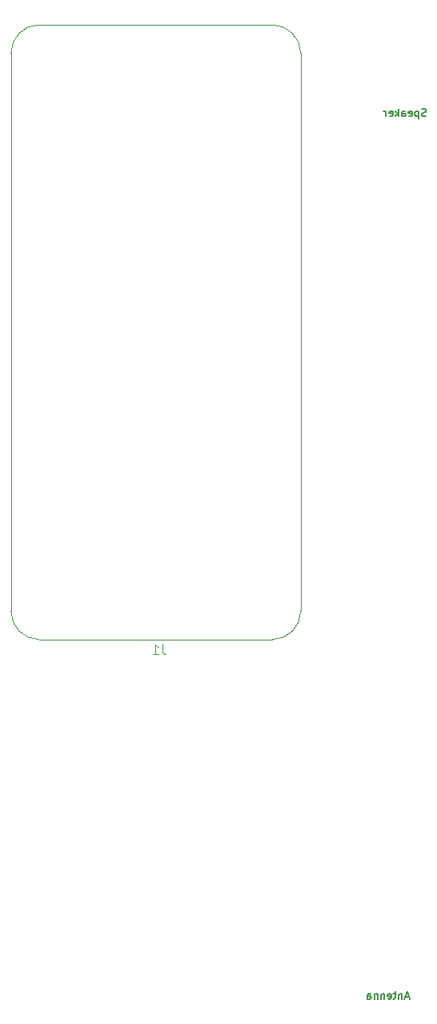
<source format=gbr>
%TF.GenerationSoftware,KiCad,Pcbnew,9.0.0*%
%TF.CreationDate,2025-03-07T03:21:26-05:00*%
%TF.ProjectId,Radio,52616469-6f2e-46b6-9963-61645f706362,1*%
%TF.SameCoordinates,Original*%
%TF.FileFunction,Legend,Bot*%
%TF.FilePolarity,Positive*%
%FSLAX46Y46*%
G04 Gerber Fmt 4.6, Leading zero omitted, Abs format (unit mm)*
G04 Created by KiCad (PCBNEW 9.0.0) date 2025-03-07 03:21:26*
%MOMM*%
%LPD*%
G01*
G04 APERTURE LIST*
%ADD10C,0.150000*%
%ADD11C,0.100000*%
G04 APERTURE END LIST*
D10*
X149177135Y-35721000D02*
X149062849Y-35759095D01*
X149062849Y-35759095D02*
X148872373Y-35759095D01*
X148872373Y-35759095D02*
X148796182Y-35721000D01*
X148796182Y-35721000D02*
X148758087Y-35682904D01*
X148758087Y-35682904D02*
X148719992Y-35606714D01*
X148719992Y-35606714D02*
X148719992Y-35530523D01*
X148719992Y-35530523D02*
X148758087Y-35454333D01*
X148758087Y-35454333D02*
X148796182Y-35416238D01*
X148796182Y-35416238D02*
X148872373Y-35378142D01*
X148872373Y-35378142D02*
X149024754Y-35340047D01*
X149024754Y-35340047D02*
X149100944Y-35301952D01*
X149100944Y-35301952D02*
X149139039Y-35263857D01*
X149139039Y-35263857D02*
X149177135Y-35187666D01*
X149177135Y-35187666D02*
X149177135Y-35111476D01*
X149177135Y-35111476D02*
X149139039Y-35035285D01*
X149139039Y-35035285D02*
X149100944Y-34997190D01*
X149100944Y-34997190D02*
X149024754Y-34959095D01*
X149024754Y-34959095D02*
X148834277Y-34959095D01*
X148834277Y-34959095D02*
X148719992Y-34997190D01*
X148377134Y-35225761D02*
X148377134Y-36025761D01*
X148377134Y-35263857D02*
X148300944Y-35225761D01*
X148300944Y-35225761D02*
X148148563Y-35225761D01*
X148148563Y-35225761D02*
X148072372Y-35263857D01*
X148072372Y-35263857D02*
X148034277Y-35301952D01*
X148034277Y-35301952D02*
X147996182Y-35378142D01*
X147996182Y-35378142D02*
X147996182Y-35606714D01*
X147996182Y-35606714D02*
X148034277Y-35682904D01*
X148034277Y-35682904D02*
X148072372Y-35721000D01*
X148072372Y-35721000D02*
X148148563Y-35759095D01*
X148148563Y-35759095D02*
X148300944Y-35759095D01*
X148300944Y-35759095D02*
X148377134Y-35721000D01*
X147348562Y-35721000D02*
X147424753Y-35759095D01*
X147424753Y-35759095D02*
X147577134Y-35759095D01*
X147577134Y-35759095D02*
X147653324Y-35721000D01*
X147653324Y-35721000D02*
X147691420Y-35644809D01*
X147691420Y-35644809D02*
X147691420Y-35340047D01*
X147691420Y-35340047D02*
X147653324Y-35263857D01*
X147653324Y-35263857D02*
X147577134Y-35225761D01*
X147577134Y-35225761D02*
X147424753Y-35225761D01*
X147424753Y-35225761D02*
X147348562Y-35263857D01*
X147348562Y-35263857D02*
X147310467Y-35340047D01*
X147310467Y-35340047D02*
X147310467Y-35416238D01*
X147310467Y-35416238D02*
X147691420Y-35492428D01*
X146624753Y-35759095D02*
X146624753Y-35340047D01*
X146624753Y-35340047D02*
X146662848Y-35263857D01*
X146662848Y-35263857D02*
X146739039Y-35225761D01*
X146739039Y-35225761D02*
X146891420Y-35225761D01*
X146891420Y-35225761D02*
X146967610Y-35263857D01*
X146624753Y-35721000D02*
X146700944Y-35759095D01*
X146700944Y-35759095D02*
X146891420Y-35759095D01*
X146891420Y-35759095D02*
X146967610Y-35721000D01*
X146967610Y-35721000D02*
X147005706Y-35644809D01*
X147005706Y-35644809D02*
X147005706Y-35568619D01*
X147005706Y-35568619D02*
X146967610Y-35492428D01*
X146967610Y-35492428D02*
X146891420Y-35454333D01*
X146891420Y-35454333D02*
X146700944Y-35454333D01*
X146700944Y-35454333D02*
X146624753Y-35416238D01*
X146243800Y-35759095D02*
X146243800Y-34959095D01*
X146167610Y-35454333D02*
X145939038Y-35759095D01*
X145939038Y-35225761D02*
X146243800Y-35530523D01*
X145291419Y-35721000D02*
X145367610Y-35759095D01*
X145367610Y-35759095D02*
X145519991Y-35759095D01*
X145519991Y-35759095D02*
X145596181Y-35721000D01*
X145596181Y-35721000D02*
X145634277Y-35644809D01*
X145634277Y-35644809D02*
X145634277Y-35340047D01*
X145634277Y-35340047D02*
X145596181Y-35263857D01*
X145596181Y-35263857D02*
X145519991Y-35225761D01*
X145519991Y-35225761D02*
X145367610Y-35225761D01*
X145367610Y-35225761D02*
X145291419Y-35263857D01*
X145291419Y-35263857D02*
X145253324Y-35340047D01*
X145253324Y-35340047D02*
X145253324Y-35416238D01*
X145253324Y-35416238D02*
X145634277Y-35492428D01*
X144910467Y-35759095D02*
X144910467Y-35225761D01*
X144910467Y-35378142D02*
X144872372Y-35301952D01*
X144872372Y-35301952D02*
X144834277Y-35263857D01*
X144834277Y-35263857D02*
X144758086Y-35225761D01*
X144758086Y-35225761D02*
X144681896Y-35225761D01*
X147348335Y-128875523D02*
X146967382Y-128875523D01*
X147424525Y-129104095D02*
X147157858Y-128304095D01*
X147157858Y-128304095D02*
X146891192Y-129104095D01*
X146624525Y-128570761D02*
X146624525Y-129104095D01*
X146624525Y-128646952D02*
X146586430Y-128608857D01*
X146586430Y-128608857D02*
X146510240Y-128570761D01*
X146510240Y-128570761D02*
X146395954Y-128570761D01*
X146395954Y-128570761D02*
X146319763Y-128608857D01*
X146319763Y-128608857D02*
X146281668Y-128685047D01*
X146281668Y-128685047D02*
X146281668Y-129104095D01*
X146015001Y-128570761D02*
X145710239Y-128570761D01*
X145900715Y-128304095D02*
X145900715Y-128989809D01*
X145900715Y-128989809D02*
X145862620Y-129066000D01*
X145862620Y-129066000D02*
X145786430Y-129104095D01*
X145786430Y-129104095D02*
X145710239Y-129104095D01*
X145138810Y-129066000D02*
X145215001Y-129104095D01*
X145215001Y-129104095D02*
X145367382Y-129104095D01*
X145367382Y-129104095D02*
X145443572Y-129066000D01*
X145443572Y-129066000D02*
X145481668Y-128989809D01*
X145481668Y-128989809D02*
X145481668Y-128685047D01*
X145481668Y-128685047D02*
X145443572Y-128608857D01*
X145443572Y-128608857D02*
X145367382Y-128570761D01*
X145367382Y-128570761D02*
X145215001Y-128570761D01*
X145215001Y-128570761D02*
X145138810Y-128608857D01*
X145138810Y-128608857D02*
X145100715Y-128685047D01*
X145100715Y-128685047D02*
X145100715Y-128761238D01*
X145100715Y-128761238D02*
X145481668Y-128837428D01*
X144757858Y-128570761D02*
X144757858Y-129104095D01*
X144757858Y-128646952D02*
X144719763Y-128608857D01*
X144719763Y-128608857D02*
X144643573Y-128570761D01*
X144643573Y-128570761D02*
X144529287Y-128570761D01*
X144529287Y-128570761D02*
X144453096Y-128608857D01*
X144453096Y-128608857D02*
X144415001Y-128685047D01*
X144415001Y-128685047D02*
X144415001Y-129104095D01*
X144034048Y-128570761D02*
X144034048Y-129104095D01*
X144034048Y-128646952D02*
X143995953Y-128608857D01*
X143995953Y-128608857D02*
X143919763Y-128570761D01*
X143919763Y-128570761D02*
X143805477Y-128570761D01*
X143805477Y-128570761D02*
X143729286Y-128608857D01*
X143729286Y-128608857D02*
X143691191Y-128685047D01*
X143691191Y-128685047D02*
X143691191Y-129104095D01*
X142967381Y-129104095D02*
X142967381Y-128685047D01*
X142967381Y-128685047D02*
X143005476Y-128608857D01*
X143005476Y-128608857D02*
X143081667Y-128570761D01*
X143081667Y-128570761D02*
X143234048Y-128570761D01*
X143234048Y-128570761D02*
X143310238Y-128608857D01*
X142967381Y-129066000D02*
X143043572Y-129104095D01*
X143043572Y-129104095D02*
X143234048Y-129104095D01*
X143234048Y-129104095D02*
X143310238Y-129066000D01*
X143310238Y-129066000D02*
X143348334Y-128989809D01*
X143348334Y-128989809D02*
X143348334Y-128913619D01*
X143348334Y-128913619D02*
X143310238Y-128837428D01*
X143310238Y-128837428D02*
X143234048Y-128799333D01*
X143234048Y-128799333D02*
X143043572Y-128799333D01*
X143043572Y-128799333D02*
X142967381Y-128761238D01*
D11*
X121262733Y-91608619D02*
X121262733Y-92322904D01*
X121262733Y-92322904D02*
X121310352Y-92465761D01*
X121310352Y-92465761D02*
X121405590Y-92561000D01*
X121405590Y-92561000D02*
X121548447Y-92608619D01*
X121548447Y-92608619D02*
X121643685Y-92608619D01*
X120262733Y-92608619D02*
X120834161Y-92608619D01*
X120548447Y-92608619D02*
X120548447Y-91608619D01*
X120548447Y-91608619D02*
X120643685Y-91751476D01*
X120643685Y-91751476D02*
X120738923Y-91846714D01*
X120738923Y-91846714D02*
X120834161Y-91894333D01*
%TO.C,J1*%
X105249800Y-29099200D02*
X105249800Y-88097800D01*
X108249800Y-91097800D02*
X132910200Y-91097800D01*
X132910200Y-26099200D02*
X108249800Y-26099200D01*
X135910200Y-88097800D02*
X135910200Y-29099200D01*
X105249800Y-29099200D02*
G75*
G02*
X108249800Y-26099200I3000000J0D01*
G01*
X108249800Y-91097800D02*
G75*
G02*
X105249800Y-88097800I0J3000000D01*
G01*
X132910200Y-26099200D02*
G75*
G02*
X135910200Y-29099200I0J-3000000D01*
G01*
X135910200Y-88097800D02*
G75*
G02*
X132910200Y-91097800I-3000000J0D01*
G01*
%TD*%
M02*

</source>
